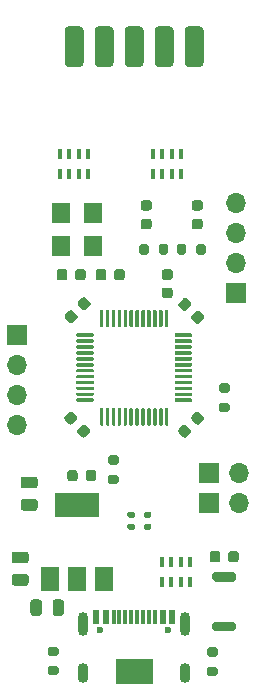
<source format=gts>
%TF.GenerationSoftware,KiCad,Pcbnew,(5.1.12)-1*%
%TF.CreationDate,2021-12-13T16:15:41+08:00*%
%TF.ProjectId,PCB_EK-Link_Lite,5043425f-454b-42d4-9c69-6e6b5f4c6974,rev?*%
%TF.SameCoordinates,Original*%
%TF.FileFunction,Soldermask,Top*%
%TF.FilePolarity,Negative*%
%FSLAX46Y46*%
G04 Gerber Fmt 4.6, Leading zero omitted, Abs format (unit mm)*
G04 Created by KiCad (PCBNEW (5.1.12)-1) date 2021-12-13 16:15:41*
%MOMM*%
%LPD*%
G01*
G04 APERTURE LIST*
%ADD10C,0.100000*%
%ADD11R,1.540000X1.800000*%
%ADD12R,1.500000X2.000000*%
%ADD13R,3.800000X2.000000*%
%ADD14R,0.400000X0.900000*%
%ADD15O,1.700000X1.700000*%
%ADD16R,1.700000X1.700000*%
%ADD17R,0.600000X1.160000*%
%ADD18C,0.600000*%
%ADD19R,0.300000X1.160000*%
%ADD20O,0.900000X1.700000*%
%ADD21O,0.900000X2.000000*%
G04 APERTURE END LIST*
D10*
G36*
X77724000Y-104648000D02*
G01*
X74676000Y-104648000D01*
X74676000Y-102616000D01*
X77724000Y-102616000D01*
X77724000Y-104648000D01*
G37*
X77724000Y-104648000D02*
X74676000Y-104648000D01*
X74676000Y-102616000D01*
X77724000Y-102616000D01*
X77724000Y-104648000D01*
%TO.C,F1*%
G36*
G01*
X69284000Y-98754250D02*
X69284000Y-97841750D01*
G75*
G02*
X69527750Y-97598000I243750J0D01*
G01*
X70015250Y-97598000D01*
G75*
G02*
X70259000Y-97841750I0J-243750D01*
G01*
X70259000Y-98754250D01*
G75*
G02*
X70015250Y-98998000I-243750J0D01*
G01*
X69527750Y-98998000D01*
G75*
G02*
X69284000Y-98754250I0J243750D01*
G01*
G37*
G36*
G01*
X67409000Y-98754250D02*
X67409000Y-97841750D01*
G75*
G02*
X67652750Y-97598000I243750J0D01*
G01*
X68140250Y-97598000D01*
G75*
G02*
X68384000Y-97841750I0J-243750D01*
G01*
X68384000Y-98754250D01*
G75*
G02*
X68140250Y-98998000I-243750J0D01*
G01*
X67652750Y-98998000D01*
G75*
G02*
X67409000Y-98754250I0J243750D01*
G01*
G37*
%TD*%
D11*
%TO.C,Y1*%
X70034000Y-64894000D03*
X72714000Y-64894000D03*
X72714000Y-67694000D03*
X70034000Y-67694000D03*
%TD*%
%TO.C,U2*%
G36*
G01*
X79700000Y-75078000D02*
X81025000Y-75078000D01*
G75*
G02*
X81100000Y-75153000I0J-75000D01*
G01*
X81100000Y-75303000D01*
G75*
G02*
X81025000Y-75378000I-75000J0D01*
G01*
X79700000Y-75378000D01*
G75*
G02*
X79625000Y-75303000I0J75000D01*
G01*
X79625000Y-75153000D01*
G75*
G02*
X79700000Y-75078000I75000J0D01*
G01*
G37*
G36*
G01*
X79700000Y-75578000D02*
X81025000Y-75578000D01*
G75*
G02*
X81100000Y-75653000I0J-75000D01*
G01*
X81100000Y-75803000D01*
G75*
G02*
X81025000Y-75878000I-75000J0D01*
G01*
X79700000Y-75878000D01*
G75*
G02*
X79625000Y-75803000I0J75000D01*
G01*
X79625000Y-75653000D01*
G75*
G02*
X79700000Y-75578000I75000J0D01*
G01*
G37*
G36*
G01*
X79700000Y-76078000D02*
X81025000Y-76078000D01*
G75*
G02*
X81100000Y-76153000I0J-75000D01*
G01*
X81100000Y-76303000D01*
G75*
G02*
X81025000Y-76378000I-75000J0D01*
G01*
X79700000Y-76378000D01*
G75*
G02*
X79625000Y-76303000I0J75000D01*
G01*
X79625000Y-76153000D01*
G75*
G02*
X79700000Y-76078000I75000J0D01*
G01*
G37*
G36*
G01*
X79700000Y-76578000D02*
X81025000Y-76578000D01*
G75*
G02*
X81100000Y-76653000I0J-75000D01*
G01*
X81100000Y-76803000D01*
G75*
G02*
X81025000Y-76878000I-75000J0D01*
G01*
X79700000Y-76878000D01*
G75*
G02*
X79625000Y-76803000I0J75000D01*
G01*
X79625000Y-76653000D01*
G75*
G02*
X79700000Y-76578000I75000J0D01*
G01*
G37*
G36*
G01*
X79700000Y-77078000D02*
X81025000Y-77078000D01*
G75*
G02*
X81100000Y-77153000I0J-75000D01*
G01*
X81100000Y-77303000D01*
G75*
G02*
X81025000Y-77378000I-75000J0D01*
G01*
X79700000Y-77378000D01*
G75*
G02*
X79625000Y-77303000I0J75000D01*
G01*
X79625000Y-77153000D01*
G75*
G02*
X79700000Y-77078000I75000J0D01*
G01*
G37*
G36*
G01*
X79700000Y-77578000D02*
X81025000Y-77578000D01*
G75*
G02*
X81100000Y-77653000I0J-75000D01*
G01*
X81100000Y-77803000D01*
G75*
G02*
X81025000Y-77878000I-75000J0D01*
G01*
X79700000Y-77878000D01*
G75*
G02*
X79625000Y-77803000I0J75000D01*
G01*
X79625000Y-77653000D01*
G75*
G02*
X79700000Y-77578000I75000J0D01*
G01*
G37*
G36*
G01*
X79700000Y-78078000D02*
X81025000Y-78078000D01*
G75*
G02*
X81100000Y-78153000I0J-75000D01*
G01*
X81100000Y-78303000D01*
G75*
G02*
X81025000Y-78378000I-75000J0D01*
G01*
X79700000Y-78378000D01*
G75*
G02*
X79625000Y-78303000I0J75000D01*
G01*
X79625000Y-78153000D01*
G75*
G02*
X79700000Y-78078000I75000J0D01*
G01*
G37*
G36*
G01*
X79700000Y-78578000D02*
X81025000Y-78578000D01*
G75*
G02*
X81100000Y-78653000I0J-75000D01*
G01*
X81100000Y-78803000D01*
G75*
G02*
X81025000Y-78878000I-75000J0D01*
G01*
X79700000Y-78878000D01*
G75*
G02*
X79625000Y-78803000I0J75000D01*
G01*
X79625000Y-78653000D01*
G75*
G02*
X79700000Y-78578000I75000J0D01*
G01*
G37*
G36*
G01*
X79700000Y-79078000D02*
X81025000Y-79078000D01*
G75*
G02*
X81100000Y-79153000I0J-75000D01*
G01*
X81100000Y-79303000D01*
G75*
G02*
X81025000Y-79378000I-75000J0D01*
G01*
X79700000Y-79378000D01*
G75*
G02*
X79625000Y-79303000I0J75000D01*
G01*
X79625000Y-79153000D01*
G75*
G02*
X79700000Y-79078000I75000J0D01*
G01*
G37*
G36*
G01*
X79700000Y-79578000D02*
X81025000Y-79578000D01*
G75*
G02*
X81100000Y-79653000I0J-75000D01*
G01*
X81100000Y-79803000D01*
G75*
G02*
X81025000Y-79878000I-75000J0D01*
G01*
X79700000Y-79878000D01*
G75*
G02*
X79625000Y-79803000I0J75000D01*
G01*
X79625000Y-79653000D01*
G75*
G02*
X79700000Y-79578000I75000J0D01*
G01*
G37*
G36*
G01*
X79700000Y-80078000D02*
X81025000Y-80078000D01*
G75*
G02*
X81100000Y-80153000I0J-75000D01*
G01*
X81100000Y-80303000D01*
G75*
G02*
X81025000Y-80378000I-75000J0D01*
G01*
X79700000Y-80378000D01*
G75*
G02*
X79625000Y-80303000I0J75000D01*
G01*
X79625000Y-80153000D01*
G75*
G02*
X79700000Y-80078000I75000J0D01*
G01*
G37*
G36*
G01*
X79700000Y-80578000D02*
X81025000Y-80578000D01*
G75*
G02*
X81100000Y-80653000I0J-75000D01*
G01*
X81100000Y-80803000D01*
G75*
G02*
X81025000Y-80878000I-75000J0D01*
G01*
X79700000Y-80878000D01*
G75*
G02*
X79625000Y-80803000I0J75000D01*
G01*
X79625000Y-80653000D01*
G75*
G02*
X79700000Y-80578000I75000J0D01*
G01*
G37*
G36*
G01*
X78875000Y-81403000D02*
X79025000Y-81403000D01*
G75*
G02*
X79100000Y-81478000I0J-75000D01*
G01*
X79100000Y-82803000D01*
G75*
G02*
X79025000Y-82878000I-75000J0D01*
G01*
X78875000Y-82878000D01*
G75*
G02*
X78800000Y-82803000I0J75000D01*
G01*
X78800000Y-81478000D01*
G75*
G02*
X78875000Y-81403000I75000J0D01*
G01*
G37*
G36*
G01*
X78375000Y-81403000D02*
X78525000Y-81403000D01*
G75*
G02*
X78600000Y-81478000I0J-75000D01*
G01*
X78600000Y-82803000D01*
G75*
G02*
X78525000Y-82878000I-75000J0D01*
G01*
X78375000Y-82878000D01*
G75*
G02*
X78300000Y-82803000I0J75000D01*
G01*
X78300000Y-81478000D01*
G75*
G02*
X78375000Y-81403000I75000J0D01*
G01*
G37*
G36*
G01*
X77875000Y-81403000D02*
X78025000Y-81403000D01*
G75*
G02*
X78100000Y-81478000I0J-75000D01*
G01*
X78100000Y-82803000D01*
G75*
G02*
X78025000Y-82878000I-75000J0D01*
G01*
X77875000Y-82878000D01*
G75*
G02*
X77800000Y-82803000I0J75000D01*
G01*
X77800000Y-81478000D01*
G75*
G02*
X77875000Y-81403000I75000J0D01*
G01*
G37*
G36*
G01*
X77375000Y-81403000D02*
X77525000Y-81403000D01*
G75*
G02*
X77600000Y-81478000I0J-75000D01*
G01*
X77600000Y-82803000D01*
G75*
G02*
X77525000Y-82878000I-75000J0D01*
G01*
X77375000Y-82878000D01*
G75*
G02*
X77300000Y-82803000I0J75000D01*
G01*
X77300000Y-81478000D01*
G75*
G02*
X77375000Y-81403000I75000J0D01*
G01*
G37*
G36*
G01*
X76875000Y-81403000D02*
X77025000Y-81403000D01*
G75*
G02*
X77100000Y-81478000I0J-75000D01*
G01*
X77100000Y-82803000D01*
G75*
G02*
X77025000Y-82878000I-75000J0D01*
G01*
X76875000Y-82878000D01*
G75*
G02*
X76800000Y-82803000I0J75000D01*
G01*
X76800000Y-81478000D01*
G75*
G02*
X76875000Y-81403000I75000J0D01*
G01*
G37*
G36*
G01*
X76375000Y-81403000D02*
X76525000Y-81403000D01*
G75*
G02*
X76600000Y-81478000I0J-75000D01*
G01*
X76600000Y-82803000D01*
G75*
G02*
X76525000Y-82878000I-75000J0D01*
G01*
X76375000Y-82878000D01*
G75*
G02*
X76300000Y-82803000I0J75000D01*
G01*
X76300000Y-81478000D01*
G75*
G02*
X76375000Y-81403000I75000J0D01*
G01*
G37*
G36*
G01*
X75875000Y-81403000D02*
X76025000Y-81403000D01*
G75*
G02*
X76100000Y-81478000I0J-75000D01*
G01*
X76100000Y-82803000D01*
G75*
G02*
X76025000Y-82878000I-75000J0D01*
G01*
X75875000Y-82878000D01*
G75*
G02*
X75800000Y-82803000I0J75000D01*
G01*
X75800000Y-81478000D01*
G75*
G02*
X75875000Y-81403000I75000J0D01*
G01*
G37*
G36*
G01*
X75375000Y-81403000D02*
X75525000Y-81403000D01*
G75*
G02*
X75600000Y-81478000I0J-75000D01*
G01*
X75600000Y-82803000D01*
G75*
G02*
X75525000Y-82878000I-75000J0D01*
G01*
X75375000Y-82878000D01*
G75*
G02*
X75300000Y-82803000I0J75000D01*
G01*
X75300000Y-81478000D01*
G75*
G02*
X75375000Y-81403000I75000J0D01*
G01*
G37*
G36*
G01*
X74875000Y-81403000D02*
X75025000Y-81403000D01*
G75*
G02*
X75100000Y-81478000I0J-75000D01*
G01*
X75100000Y-82803000D01*
G75*
G02*
X75025000Y-82878000I-75000J0D01*
G01*
X74875000Y-82878000D01*
G75*
G02*
X74800000Y-82803000I0J75000D01*
G01*
X74800000Y-81478000D01*
G75*
G02*
X74875000Y-81403000I75000J0D01*
G01*
G37*
G36*
G01*
X74375000Y-81403000D02*
X74525000Y-81403000D01*
G75*
G02*
X74600000Y-81478000I0J-75000D01*
G01*
X74600000Y-82803000D01*
G75*
G02*
X74525000Y-82878000I-75000J0D01*
G01*
X74375000Y-82878000D01*
G75*
G02*
X74300000Y-82803000I0J75000D01*
G01*
X74300000Y-81478000D01*
G75*
G02*
X74375000Y-81403000I75000J0D01*
G01*
G37*
G36*
G01*
X73875000Y-81403000D02*
X74025000Y-81403000D01*
G75*
G02*
X74100000Y-81478000I0J-75000D01*
G01*
X74100000Y-82803000D01*
G75*
G02*
X74025000Y-82878000I-75000J0D01*
G01*
X73875000Y-82878000D01*
G75*
G02*
X73800000Y-82803000I0J75000D01*
G01*
X73800000Y-81478000D01*
G75*
G02*
X73875000Y-81403000I75000J0D01*
G01*
G37*
G36*
G01*
X73375000Y-81403000D02*
X73525000Y-81403000D01*
G75*
G02*
X73600000Y-81478000I0J-75000D01*
G01*
X73600000Y-82803000D01*
G75*
G02*
X73525000Y-82878000I-75000J0D01*
G01*
X73375000Y-82878000D01*
G75*
G02*
X73300000Y-82803000I0J75000D01*
G01*
X73300000Y-81478000D01*
G75*
G02*
X73375000Y-81403000I75000J0D01*
G01*
G37*
G36*
G01*
X71375000Y-80578000D02*
X72700000Y-80578000D01*
G75*
G02*
X72775000Y-80653000I0J-75000D01*
G01*
X72775000Y-80803000D01*
G75*
G02*
X72700000Y-80878000I-75000J0D01*
G01*
X71375000Y-80878000D01*
G75*
G02*
X71300000Y-80803000I0J75000D01*
G01*
X71300000Y-80653000D01*
G75*
G02*
X71375000Y-80578000I75000J0D01*
G01*
G37*
G36*
G01*
X71375000Y-80078000D02*
X72700000Y-80078000D01*
G75*
G02*
X72775000Y-80153000I0J-75000D01*
G01*
X72775000Y-80303000D01*
G75*
G02*
X72700000Y-80378000I-75000J0D01*
G01*
X71375000Y-80378000D01*
G75*
G02*
X71300000Y-80303000I0J75000D01*
G01*
X71300000Y-80153000D01*
G75*
G02*
X71375000Y-80078000I75000J0D01*
G01*
G37*
G36*
G01*
X71375000Y-79578000D02*
X72700000Y-79578000D01*
G75*
G02*
X72775000Y-79653000I0J-75000D01*
G01*
X72775000Y-79803000D01*
G75*
G02*
X72700000Y-79878000I-75000J0D01*
G01*
X71375000Y-79878000D01*
G75*
G02*
X71300000Y-79803000I0J75000D01*
G01*
X71300000Y-79653000D01*
G75*
G02*
X71375000Y-79578000I75000J0D01*
G01*
G37*
G36*
G01*
X71375000Y-79078000D02*
X72700000Y-79078000D01*
G75*
G02*
X72775000Y-79153000I0J-75000D01*
G01*
X72775000Y-79303000D01*
G75*
G02*
X72700000Y-79378000I-75000J0D01*
G01*
X71375000Y-79378000D01*
G75*
G02*
X71300000Y-79303000I0J75000D01*
G01*
X71300000Y-79153000D01*
G75*
G02*
X71375000Y-79078000I75000J0D01*
G01*
G37*
G36*
G01*
X71375000Y-78578000D02*
X72700000Y-78578000D01*
G75*
G02*
X72775000Y-78653000I0J-75000D01*
G01*
X72775000Y-78803000D01*
G75*
G02*
X72700000Y-78878000I-75000J0D01*
G01*
X71375000Y-78878000D01*
G75*
G02*
X71300000Y-78803000I0J75000D01*
G01*
X71300000Y-78653000D01*
G75*
G02*
X71375000Y-78578000I75000J0D01*
G01*
G37*
G36*
G01*
X71375000Y-78078000D02*
X72700000Y-78078000D01*
G75*
G02*
X72775000Y-78153000I0J-75000D01*
G01*
X72775000Y-78303000D01*
G75*
G02*
X72700000Y-78378000I-75000J0D01*
G01*
X71375000Y-78378000D01*
G75*
G02*
X71300000Y-78303000I0J75000D01*
G01*
X71300000Y-78153000D01*
G75*
G02*
X71375000Y-78078000I75000J0D01*
G01*
G37*
G36*
G01*
X71375000Y-77578000D02*
X72700000Y-77578000D01*
G75*
G02*
X72775000Y-77653000I0J-75000D01*
G01*
X72775000Y-77803000D01*
G75*
G02*
X72700000Y-77878000I-75000J0D01*
G01*
X71375000Y-77878000D01*
G75*
G02*
X71300000Y-77803000I0J75000D01*
G01*
X71300000Y-77653000D01*
G75*
G02*
X71375000Y-77578000I75000J0D01*
G01*
G37*
G36*
G01*
X71375000Y-77078000D02*
X72700000Y-77078000D01*
G75*
G02*
X72775000Y-77153000I0J-75000D01*
G01*
X72775000Y-77303000D01*
G75*
G02*
X72700000Y-77378000I-75000J0D01*
G01*
X71375000Y-77378000D01*
G75*
G02*
X71300000Y-77303000I0J75000D01*
G01*
X71300000Y-77153000D01*
G75*
G02*
X71375000Y-77078000I75000J0D01*
G01*
G37*
G36*
G01*
X71375000Y-76578000D02*
X72700000Y-76578000D01*
G75*
G02*
X72775000Y-76653000I0J-75000D01*
G01*
X72775000Y-76803000D01*
G75*
G02*
X72700000Y-76878000I-75000J0D01*
G01*
X71375000Y-76878000D01*
G75*
G02*
X71300000Y-76803000I0J75000D01*
G01*
X71300000Y-76653000D01*
G75*
G02*
X71375000Y-76578000I75000J0D01*
G01*
G37*
G36*
G01*
X71375000Y-76078000D02*
X72700000Y-76078000D01*
G75*
G02*
X72775000Y-76153000I0J-75000D01*
G01*
X72775000Y-76303000D01*
G75*
G02*
X72700000Y-76378000I-75000J0D01*
G01*
X71375000Y-76378000D01*
G75*
G02*
X71300000Y-76303000I0J75000D01*
G01*
X71300000Y-76153000D01*
G75*
G02*
X71375000Y-76078000I75000J0D01*
G01*
G37*
G36*
G01*
X71375000Y-75578000D02*
X72700000Y-75578000D01*
G75*
G02*
X72775000Y-75653000I0J-75000D01*
G01*
X72775000Y-75803000D01*
G75*
G02*
X72700000Y-75878000I-75000J0D01*
G01*
X71375000Y-75878000D01*
G75*
G02*
X71300000Y-75803000I0J75000D01*
G01*
X71300000Y-75653000D01*
G75*
G02*
X71375000Y-75578000I75000J0D01*
G01*
G37*
G36*
G01*
X71375000Y-75078000D02*
X72700000Y-75078000D01*
G75*
G02*
X72775000Y-75153000I0J-75000D01*
G01*
X72775000Y-75303000D01*
G75*
G02*
X72700000Y-75378000I-75000J0D01*
G01*
X71375000Y-75378000D01*
G75*
G02*
X71300000Y-75303000I0J75000D01*
G01*
X71300000Y-75153000D01*
G75*
G02*
X71375000Y-75078000I75000J0D01*
G01*
G37*
G36*
G01*
X73375000Y-73078000D02*
X73525000Y-73078000D01*
G75*
G02*
X73600000Y-73153000I0J-75000D01*
G01*
X73600000Y-74478000D01*
G75*
G02*
X73525000Y-74553000I-75000J0D01*
G01*
X73375000Y-74553000D01*
G75*
G02*
X73300000Y-74478000I0J75000D01*
G01*
X73300000Y-73153000D01*
G75*
G02*
X73375000Y-73078000I75000J0D01*
G01*
G37*
G36*
G01*
X73875000Y-73078000D02*
X74025000Y-73078000D01*
G75*
G02*
X74100000Y-73153000I0J-75000D01*
G01*
X74100000Y-74478000D01*
G75*
G02*
X74025000Y-74553000I-75000J0D01*
G01*
X73875000Y-74553000D01*
G75*
G02*
X73800000Y-74478000I0J75000D01*
G01*
X73800000Y-73153000D01*
G75*
G02*
X73875000Y-73078000I75000J0D01*
G01*
G37*
G36*
G01*
X74375000Y-73078000D02*
X74525000Y-73078000D01*
G75*
G02*
X74600000Y-73153000I0J-75000D01*
G01*
X74600000Y-74478000D01*
G75*
G02*
X74525000Y-74553000I-75000J0D01*
G01*
X74375000Y-74553000D01*
G75*
G02*
X74300000Y-74478000I0J75000D01*
G01*
X74300000Y-73153000D01*
G75*
G02*
X74375000Y-73078000I75000J0D01*
G01*
G37*
G36*
G01*
X74875000Y-73078000D02*
X75025000Y-73078000D01*
G75*
G02*
X75100000Y-73153000I0J-75000D01*
G01*
X75100000Y-74478000D01*
G75*
G02*
X75025000Y-74553000I-75000J0D01*
G01*
X74875000Y-74553000D01*
G75*
G02*
X74800000Y-74478000I0J75000D01*
G01*
X74800000Y-73153000D01*
G75*
G02*
X74875000Y-73078000I75000J0D01*
G01*
G37*
G36*
G01*
X75375000Y-73078000D02*
X75525000Y-73078000D01*
G75*
G02*
X75600000Y-73153000I0J-75000D01*
G01*
X75600000Y-74478000D01*
G75*
G02*
X75525000Y-74553000I-75000J0D01*
G01*
X75375000Y-74553000D01*
G75*
G02*
X75300000Y-74478000I0J75000D01*
G01*
X75300000Y-73153000D01*
G75*
G02*
X75375000Y-73078000I75000J0D01*
G01*
G37*
G36*
G01*
X75875000Y-73078000D02*
X76025000Y-73078000D01*
G75*
G02*
X76100000Y-73153000I0J-75000D01*
G01*
X76100000Y-74478000D01*
G75*
G02*
X76025000Y-74553000I-75000J0D01*
G01*
X75875000Y-74553000D01*
G75*
G02*
X75800000Y-74478000I0J75000D01*
G01*
X75800000Y-73153000D01*
G75*
G02*
X75875000Y-73078000I75000J0D01*
G01*
G37*
G36*
G01*
X76375000Y-73078000D02*
X76525000Y-73078000D01*
G75*
G02*
X76600000Y-73153000I0J-75000D01*
G01*
X76600000Y-74478000D01*
G75*
G02*
X76525000Y-74553000I-75000J0D01*
G01*
X76375000Y-74553000D01*
G75*
G02*
X76300000Y-74478000I0J75000D01*
G01*
X76300000Y-73153000D01*
G75*
G02*
X76375000Y-73078000I75000J0D01*
G01*
G37*
G36*
G01*
X76875000Y-73078000D02*
X77025000Y-73078000D01*
G75*
G02*
X77100000Y-73153000I0J-75000D01*
G01*
X77100000Y-74478000D01*
G75*
G02*
X77025000Y-74553000I-75000J0D01*
G01*
X76875000Y-74553000D01*
G75*
G02*
X76800000Y-74478000I0J75000D01*
G01*
X76800000Y-73153000D01*
G75*
G02*
X76875000Y-73078000I75000J0D01*
G01*
G37*
G36*
G01*
X77375000Y-73078000D02*
X77525000Y-73078000D01*
G75*
G02*
X77600000Y-73153000I0J-75000D01*
G01*
X77600000Y-74478000D01*
G75*
G02*
X77525000Y-74553000I-75000J0D01*
G01*
X77375000Y-74553000D01*
G75*
G02*
X77300000Y-74478000I0J75000D01*
G01*
X77300000Y-73153000D01*
G75*
G02*
X77375000Y-73078000I75000J0D01*
G01*
G37*
G36*
G01*
X77875000Y-73078000D02*
X78025000Y-73078000D01*
G75*
G02*
X78100000Y-73153000I0J-75000D01*
G01*
X78100000Y-74478000D01*
G75*
G02*
X78025000Y-74553000I-75000J0D01*
G01*
X77875000Y-74553000D01*
G75*
G02*
X77800000Y-74478000I0J75000D01*
G01*
X77800000Y-73153000D01*
G75*
G02*
X77875000Y-73078000I75000J0D01*
G01*
G37*
G36*
G01*
X78375000Y-73078000D02*
X78525000Y-73078000D01*
G75*
G02*
X78600000Y-73153000I0J-75000D01*
G01*
X78600000Y-74478000D01*
G75*
G02*
X78525000Y-74553000I-75000J0D01*
G01*
X78375000Y-74553000D01*
G75*
G02*
X78300000Y-74478000I0J75000D01*
G01*
X78300000Y-73153000D01*
G75*
G02*
X78375000Y-73078000I75000J0D01*
G01*
G37*
G36*
G01*
X78875000Y-73078000D02*
X79025000Y-73078000D01*
G75*
G02*
X79100000Y-73153000I0J-75000D01*
G01*
X79100000Y-74478000D01*
G75*
G02*
X79025000Y-74553000I-75000J0D01*
G01*
X78875000Y-74553000D01*
G75*
G02*
X78800000Y-74478000I0J75000D01*
G01*
X78800000Y-73153000D01*
G75*
G02*
X78875000Y-73078000I75000J0D01*
G01*
G37*
%TD*%
D12*
%TO.C,U1*%
X69074000Y-95860000D03*
X73674000Y-95860000D03*
X71374000Y-95860000D03*
D13*
X71374000Y-89560000D03*
%TD*%
%TO.C,SW1*%
G36*
G01*
X83020000Y-95290000D02*
X84620000Y-95290000D01*
G75*
G02*
X84820000Y-95490000I0J-200000D01*
G01*
X84820000Y-95890000D01*
G75*
G02*
X84620000Y-96090000I-200000J0D01*
G01*
X83020000Y-96090000D01*
G75*
G02*
X82820000Y-95890000I0J200000D01*
G01*
X82820000Y-95490000D01*
G75*
G02*
X83020000Y-95290000I200000J0D01*
G01*
G37*
G36*
G01*
X83020000Y-99490000D02*
X84620000Y-99490000D01*
G75*
G02*
X84820000Y-99690000I0J-200000D01*
G01*
X84820000Y-100090000D01*
G75*
G02*
X84620000Y-100290000I-200000J0D01*
G01*
X83020000Y-100290000D01*
G75*
G02*
X82820000Y-100090000I0J200000D01*
G01*
X82820000Y-99690000D01*
G75*
G02*
X83020000Y-99490000I200000J0D01*
G01*
G37*
%TD*%
D14*
%TO.C,RN3*%
X80956000Y-94400000D03*
X80156000Y-94400000D03*
X79356000Y-94400000D03*
X78556000Y-94400000D03*
X80956000Y-96100000D03*
X78556000Y-96100000D03*
X80156000Y-96100000D03*
X79356000Y-96100000D03*
%TD*%
%TO.C,RN2*%
X77794000Y-61556000D03*
X78594000Y-61556000D03*
X79394000Y-61556000D03*
X80194000Y-61556000D03*
X77794000Y-59856000D03*
X80194000Y-59856000D03*
X78594000Y-59856000D03*
X79394000Y-59856000D03*
%TD*%
%TO.C,RN1*%
X72320000Y-59856000D03*
X71520000Y-59856000D03*
X70720000Y-59856000D03*
X69920000Y-59856000D03*
X72320000Y-61556000D03*
X69920000Y-61556000D03*
X71520000Y-61556000D03*
X70720000Y-61556000D03*
%TD*%
%TO.C,R8*%
G36*
G01*
X78276000Y-68220000D02*
X78276000Y-67670000D01*
G75*
G02*
X78476000Y-67470000I200000J0D01*
G01*
X78876000Y-67470000D01*
G75*
G02*
X79076000Y-67670000I0J-200000D01*
G01*
X79076000Y-68220000D01*
G75*
G02*
X78876000Y-68420000I-200000J0D01*
G01*
X78476000Y-68420000D01*
G75*
G02*
X78276000Y-68220000I0J200000D01*
G01*
G37*
G36*
G01*
X76626000Y-68220000D02*
X76626000Y-67670000D01*
G75*
G02*
X76826000Y-67470000I200000J0D01*
G01*
X77226000Y-67470000D01*
G75*
G02*
X77426000Y-67670000I0J-200000D01*
G01*
X77426000Y-68220000D01*
G75*
G02*
X77226000Y-68420000I-200000J0D01*
G01*
X76826000Y-68420000D01*
G75*
G02*
X76626000Y-68220000I0J200000D01*
G01*
G37*
%TD*%
%TO.C,R7*%
G36*
G01*
X81451000Y-68220000D02*
X81451000Y-67670000D01*
G75*
G02*
X81651000Y-67470000I200000J0D01*
G01*
X82051000Y-67470000D01*
G75*
G02*
X82251000Y-67670000I0J-200000D01*
G01*
X82251000Y-68220000D01*
G75*
G02*
X82051000Y-68420000I-200000J0D01*
G01*
X81651000Y-68420000D01*
G75*
G02*
X81451000Y-68220000I0J200000D01*
G01*
G37*
G36*
G01*
X79801000Y-68220000D02*
X79801000Y-67670000D01*
G75*
G02*
X80001000Y-67470000I200000J0D01*
G01*
X80401000Y-67470000D01*
G75*
G02*
X80601000Y-67670000I0J-200000D01*
G01*
X80601000Y-68220000D01*
G75*
G02*
X80401000Y-68420000I-200000J0D01*
G01*
X80001000Y-68420000D01*
G75*
G02*
X79801000Y-68220000I0J200000D01*
G01*
G37*
%TD*%
%TO.C,R6*%
G36*
G01*
X74697000Y-86189000D02*
X74147000Y-86189000D01*
G75*
G02*
X73947000Y-85989000I0J200000D01*
G01*
X73947000Y-85589000D01*
G75*
G02*
X74147000Y-85389000I200000J0D01*
G01*
X74697000Y-85389000D01*
G75*
G02*
X74897000Y-85589000I0J-200000D01*
G01*
X74897000Y-85989000D01*
G75*
G02*
X74697000Y-86189000I-200000J0D01*
G01*
G37*
G36*
G01*
X74697000Y-87839000D02*
X74147000Y-87839000D01*
G75*
G02*
X73947000Y-87639000I0J200000D01*
G01*
X73947000Y-87239000D01*
G75*
G02*
X74147000Y-87039000I200000J0D01*
G01*
X74697000Y-87039000D01*
G75*
G02*
X74897000Y-87239000I0J-200000D01*
G01*
X74897000Y-87639000D01*
G75*
G02*
X74697000Y-87839000I-200000J0D01*
G01*
G37*
%TD*%
%TO.C,R5*%
G36*
G01*
X83545000Y-80943000D02*
X84095000Y-80943000D01*
G75*
G02*
X84295000Y-81143000I0J-200000D01*
G01*
X84295000Y-81543000D01*
G75*
G02*
X84095000Y-81743000I-200000J0D01*
G01*
X83545000Y-81743000D01*
G75*
G02*
X83345000Y-81543000I0J200000D01*
G01*
X83345000Y-81143000D01*
G75*
G02*
X83545000Y-80943000I200000J0D01*
G01*
G37*
G36*
G01*
X83545000Y-79293000D02*
X84095000Y-79293000D01*
G75*
G02*
X84295000Y-79493000I0J-200000D01*
G01*
X84295000Y-79893000D01*
G75*
G02*
X84095000Y-80093000I-200000J0D01*
G01*
X83545000Y-80093000D01*
G75*
G02*
X83345000Y-79893000I0J200000D01*
G01*
X83345000Y-79493000D01*
G75*
G02*
X83545000Y-79293000I200000J0D01*
G01*
G37*
%TD*%
%TO.C,R4*%
G36*
G01*
X77158000Y-91172000D02*
X77528000Y-91172000D01*
G75*
G02*
X77663000Y-91307000I0J-135000D01*
G01*
X77663000Y-91577000D01*
G75*
G02*
X77528000Y-91712000I-135000J0D01*
G01*
X77158000Y-91712000D01*
G75*
G02*
X77023000Y-91577000I0J135000D01*
G01*
X77023000Y-91307000D01*
G75*
G02*
X77158000Y-91172000I135000J0D01*
G01*
G37*
G36*
G01*
X77158000Y-90152000D02*
X77528000Y-90152000D01*
G75*
G02*
X77663000Y-90287000I0J-135000D01*
G01*
X77663000Y-90557000D01*
G75*
G02*
X77528000Y-90692000I-135000J0D01*
G01*
X77158000Y-90692000D01*
G75*
G02*
X77023000Y-90557000I0J135000D01*
G01*
X77023000Y-90287000D01*
G75*
G02*
X77158000Y-90152000I135000J0D01*
G01*
G37*
%TD*%
%TO.C,R3*%
G36*
G01*
X75761000Y-91172000D02*
X76131000Y-91172000D01*
G75*
G02*
X76266000Y-91307000I0J-135000D01*
G01*
X76266000Y-91577000D01*
G75*
G02*
X76131000Y-91712000I-135000J0D01*
G01*
X75761000Y-91712000D01*
G75*
G02*
X75626000Y-91577000I0J135000D01*
G01*
X75626000Y-91307000D01*
G75*
G02*
X75761000Y-91172000I135000J0D01*
G01*
G37*
G36*
G01*
X75761000Y-90152000D02*
X76131000Y-90152000D01*
G75*
G02*
X76266000Y-90287000I0J-135000D01*
G01*
X76266000Y-90557000D01*
G75*
G02*
X76131000Y-90692000I-135000J0D01*
G01*
X75761000Y-90692000D01*
G75*
G02*
X75626000Y-90557000I0J135000D01*
G01*
X75626000Y-90287000D01*
G75*
G02*
X75761000Y-90152000I135000J0D01*
G01*
G37*
%TD*%
%TO.C,R2*%
G36*
G01*
X69067000Y-103232000D02*
X69617000Y-103232000D01*
G75*
G02*
X69817000Y-103432000I0J-200000D01*
G01*
X69817000Y-103832000D01*
G75*
G02*
X69617000Y-104032000I-200000J0D01*
G01*
X69067000Y-104032000D01*
G75*
G02*
X68867000Y-103832000I0J200000D01*
G01*
X68867000Y-103432000D01*
G75*
G02*
X69067000Y-103232000I200000J0D01*
G01*
G37*
G36*
G01*
X69067000Y-101582000D02*
X69617000Y-101582000D01*
G75*
G02*
X69817000Y-101782000I0J-200000D01*
G01*
X69817000Y-102182000D01*
G75*
G02*
X69617000Y-102382000I-200000J0D01*
G01*
X69067000Y-102382000D01*
G75*
G02*
X68867000Y-102182000I0J200000D01*
G01*
X68867000Y-101782000D01*
G75*
G02*
X69067000Y-101582000I200000J0D01*
G01*
G37*
%TD*%
%TO.C,R1*%
G36*
G01*
X82529000Y-103295000D02*
X83079000Y-103295000D01*
G75*
G02*
X83279000Y-103495000I0J-200000D01*
G01*
X83279000Y-103895000D01*
G75*
G02*
X83079000Y-104095000I-200000J0D01*
G01*
X82529000Y-104095000D01*
G75*
G02*
X82329000Y-103895000I0J200000D01*
G01*
X82329000Y-103495000D01*
G75*
G02*
X82529000Y-103295000I200000J0D01*
G01*
G37*
G36*
G01*
X82529000Y-101645000D02*
X83079000Y-101645000D01*
G75*
G02*
X83279000Y-101845000I0J-200000D01*
G01*
X83279000Y-102245000D01*
G75*
G02*
X83079000Y-102445000I-200000J0D01*
G01*
X82529000Y-102445000D01*
G75*
G02*
X82329000Y-102245000I0J200000D01*
G01*
X82329000Y-101845000D01*
G75*
G02*
X82529000Y-101645000I200000J0D01*
G01*
G37*
%TD*%
D15*
%TO.C,J6*%
X85090000Y-89408000D03*
D16*
X82550000Y-89408000D03*
%TD*%
D15*
%TO.C,J5*%
X85090000Y-86868000D03*
D16*
X82550000Y-86868000D03*
%TD*%
D15*
%TO.C,J4*%
X84836000Y-64008000D03*
X84836000Y-66548000D03*
X84836000Y-69088000D03*
D16*
X84836000Y-71628000D03*
%TD*%
%TO.C,J3*%
G36*
G01*
X72840000Y-52140000D02*
X72840000Y-49460000D01*
G75*
G02*
X73250000Y-49050000I410000J0D01*
G01*
X74070000Y-49050000D01*
G75*
G02*
X74480000Y-49460000I0J-410000D01*
G01*
X74480000Y-52140000D01*
G75*
G02*
X74070000Y-52550000I-410000J0D01*
G01*
X73250000Y-52550000D01*
G75*
G02*
X72840000Y-52140000I0J410000D01*
G01*
G37*
G36*
G01*
X75380000Y-52140000D02*
X75380000Y-49460000D01*
G75*
G02*
X75790000Y-49050000I410000J0D01*
G01*
X76610000Y-49050000D01*
G75*
G02*
X77020000Y-49460000I0J-410000D01*
G01*
X77020000Y-52140000D01*
G75*
G02*
X76610000Y-52550000I-410000J0D01*
G01*
X75790000Y-52550000D01*
G75*
G02*
X75380000Y-52140000I0J410000D01*
G01*
G37*
G36*
G01*
X77920000Y-52140000D02*
X77920000Y-49460000D01*
G75*
G02*
X78330000Y-49050000I410000J0D01*
G01*
X79150000Y-49050000D01*
G75*
G02*
X79560000Y-49460000I0J-410000D01*
G01*
X79560000Y-52140000D01*
G75*
G02*
X79150000Y-52550000I-410000J0D01*
G01*
X78330000Y-52550000D01*
G75*
G02*
X77920000Y-52140000I0J410000D01*
G01*
G37*
G36*
G01*
X80460000Y-52140000D02*
X80460000Y-49460000D01*
G75*
G02*
X80870000Y-49050000I410000J0D01*
G01*
X81690000Y-49050000D01*
G75*
G02*
X82100000Y-49460000I0J-410000D01*
G01*
X82100000Y-52140000D01*
G75*
G02*
X81690000Y-52550000I-410000J0D01*
G01*
X80870000Y-52550000D01*
G75*
G02*
X80460000Y-52140000I0J410000D01*
G01*
G37*
G36*
G01*
X70300000Y-52140000D02*
X70300000Y-49460000D01*
G75*
G02*
X70710000Y-49050000I410000J0D01*
G01*
X71530000Y-49050000D01*
G75*
G02*
X71940000Y-49460000I0J-410000D01*
G01*
X71940000Y-52140000D01*
G75*
G02*
X71530000Y-52550000I-410000J0D01*
G01*
X70710000Y-52550000D01*
G75*
G02*
X70300000Y-52140000I0J410000D01*
G01*
G37*
%TD*%
D15*
%TO.C,J2*%
X66294000Y-82804000D03*
X66294000Y-80264000D03*
X66294000Y-77724000D03*
D16*
X66294000Y-75184000D03*
%TD*%
D17*
%TO.C,J1*%
X79400000Y-99090000D03*
X78600000Y-99090000D03*
X79400000Y-99090000D03*
X78600000Y-99090000D03*
X73000000Y-99090000D03*
X73000000Y-99090000D03*
X73800000Y-99090000D03*
X73800000Y-99090000D03*
D18*
X73310000Y-100150000D03*
X79090000Y-100150000D03*
D19*
X77950000Y-99090000D03*
X76950000Y-99090000D03*
X77450000Y-99090000D03*
X74950000Y-99090000D03*
X74450000Y-99090000D03*
X76450000Y-99090000D03*
X75950000Y-99090000D03*
X75450000Y-99090000D03*
D20*
X80520000Y-103840000D03*
X71880000Y-103840000D03*
D21*
X80520000Y-99670000D03*
X71880000Y-99670000D03*
%TD*%
%TO.C,D3*%
G36*
G01*
X77472250Y-64674000D02*
X76959750Y-64674000D01*
G75*
G02*
X76741000Y-64455250I0J218750D01*
G01*
X76741000Y-64017750D01*
G75*
G02*
X76959750Y-63799000I218750J0D01*
G01*
X77472250Y-63799000D01*
G75*
G02*
X77691000Y-64017750I0J-218750D01*
G01*
X77691000Y-64455250D01*
G75*
G02*
X77472250Y-64674000I-218750J0D01*
G01*
G37*
G36*
G01*
X77472250Y-66249000D02*
X76959750Y-66249000D01*
G75*
G02*
X76741000Y-66030250I0J218750D01*
G01*
X76741000Y-65592750D01*
G75*
G02*
X76959750Y-65374000I218750J0D01*
G01*
X77472250Y-65374000D01*
G75*
G02*
X77691000Y-65592750I0J-218750D01*
G01*
X77691000Y-66030250D01*
G75*
G02*
X77472250Y-66249000I-218750J0D01*
G01*
G37*
%TD*%
%TO.C,D2*%
G36*
G01*
X81790250Y-64674000D02*
X81277750Y-64674000D01*
G75*
G02*
X81059000Y-64455250I0J218750D01*
G01*
X81059000Y-64017750D01*
G75*
G02*
X81277750Y-63799000I218750J0D01*
G01*
X81790250Y-63799000D01*
G75*
G02*
X82009000Y-64017750I0J-218750D01*
G01*
X82009000Y-64455250D01*
G75*
G02*
X81790250Y-64674000I-218750J0D01*
G01*
G37*
G36*
G01*
X81790250Y-66249000D02*
X81277750Y-66249000D01*
G75*
G02*
X81059000Y-66030250I0J218750D01*
G01*
X81059000Y-65592750D01*
G75*
G02*
X81277750Y-65374000I218750J0D01*
G01*
X81790250Y-65374000D01*
G75*
G02*
X82009000Y-65592750I0J-218750D01*
G01*
X82009000Y-66030250D01*
G75*
G02*
X81790250Y-66249000I-218750J0D01*
G01*
G37*
%TD*%
%TO.C,D1*%
G36*
G01*
X71405000Y-86865750D02*
X71405000Y-87378250D01*
G75*
G02*
X71186250Y-87597000I-218750J0D01*
G01*
X70748750Y-87597000D01*
G75*
G02*
X70530000Y-87378250I0J218750D01*
G01*
X70530000Y-86865750D01*
G75*
G02*
X70748750Y-86647000I218750J0D01*
G01*
X71186250Y-86647000D01*
G75*
G02*
X71405000Y-86865750I0J-218750D01*
G01*
G37*
G36*
G01*
X72980000Y-86865750D02*
X72980000Y-87378250D01*
G75*
G02*
X72761250Y-87597000I-218750J0D01*
G01*
X72323750Y-87597000D01*
G75*
G02*
X72105000Y-87378250I0J218750D01*
G01*
X72105000Y-86865750D01*
G75*
G02*
X72323750Y-86647000I218750J0D01*
G01*
X72761250Y-86647000D01*
G75*
G02*
X72980000Y-86865750I0J-218750D01*
G01*
G37*
%TD*%
%TO.C,C10*%
G36*
G01*
X81079033Y-73571587D02*
X81432587Y-73218033D01*
G75*
G02*
X81750785Y-73218033I159099J-159099D01*
G01*
X82068983Y-73536231D01*
G75*
G02*
X82068983Y-73854429I-159099J-159099D01*
G01*
X81715429Y-74207983D01*
G75*
G02*
X81397231Y-74207983I-159099J159099D01*
G01*
X81079033Y-73889785D01*
G75*
G02*
X81079033Y-73571587I159099J159099D01*
G01*
G37*
G36*
G01*
X79983017Y-72475571D02*
X80336571Y-72122017D01*
G75*
G02*
X80654769Y-72122017I159099J-159099D01*
G01*
X80972967Y-72440215D01*
G75*
G02*
X80972967Y-72758413I-159099J-159099D01*
G01*
X80619413Y-73111967D01*
G75*
G02*
X80301215Y-73111967I-159099J159099D01*
G01*
X79983017Y-72793769D01*
G75*
G02*
X79983017Y-72475571I159099J159099D01*
G01*
G37*
%TD*%
%TO.C,C9*%
G36*
G01*
X80619413Y-82857033D02*
X80972967Y-83210587D01*
G75*
G02*
X80972967Y-83528785I-159099J-159099D01*
G01*
X80654769Y-83846983D01*
G75*
G02*
X80336571Y-83846983I-159099J159099D01*
G01*
X79983017Y-83493429D01*
G75*
G02*
X79983017Y-83175231I159099J159099D01*
G01*
X80301215Y-82857033D01*
G75*
G02*
X80619413Y-82857033I159099J-159099D01*
G01*
G37*
G36*
G01*
X81715429Y-81761017D02*
X82068983Y-82114571D01*
G75*
G02*
X82068983Y-82432769I-159099J-159099D01*
G01*
X81750785Y-82750967D01*
G75*
G02*
X81432587Y-82750967I-159099J159099D01*
G01*
X81079033Y-82397413D01*
G75*
G02*
X81079033Y-82079215I159099J159099D01*
G01*
X81397231Y-81761017D01*
G75*
G02*
X81715429Y-81761017I159099J-159099D01*
G01*
G37*
%TD*%
%TO.C,C8*%
G36*
G01*
X71320967Y-82397413D02*
X70967413Y-82750967D01*
G75*
G02*
X70649215Y-82750967I-159099J159099D01*
G01*
X70331017Y-82432769D01*
G75*
G02*
X70331017Y-82114571I159099J159099D01*
G01*
X70684571Y-81761017D01*
G75*
G02*
X71002769Y-81761017I159099J-159099D01*
G01*
X71320967Y-82079215D01*
G75*
G02*
X71320967Y-82397413I-159099J-159099D01*
G01*
G37*
G36*
G01*
X72416983Y-83493429D02*
X72063429Y-83846983D01*
G75*
G02*
X71745231Y-83846983I-159099J159099D01*
G01*
X71427033Y-83528785D01*
G75*
G02*
X71427033Y-83210587I159099J159099D01*
G01*
X71780587Y-82857033D01*
G75*
G02*
X72098785Y-82857033I159099J-159099D01*
G01*
X72416983Y-83175231D01*
G75*
G02*
X72416983Y-83493429I-159099J-159099D01*
G01*
G37*
%TD*%
%TO.C,C7*%
G36*
G01*
X71820595Y-73058959D02*
X71467041Y-72705405D01*
G75*
G02*
X71467041Y-72387207I159099J159099D01*
G01*
X71785239Y-72069009D01*
G75*
G02*
X72103437Y-72069009I159099J-159099D01*
G01*
X72456991Y-72422563D01*
G75*
G02*
X72456991Y-72740761I-159099J-159099D01*
G01*
X72138793Y-73058959D01*
G75*
G02*
X71820595Y-73058959I-159099J159099D01*
G01*
G37*
G36*
G01*
X70724579Y-74154975D02*
X70371025Y-73801421D01*
G75*
G02*
X70371025Y-73483223I159099J159099D01*
G01*
X70689223Y-73165025D01*
G75*
G02*
X71007421Y-73165025I159099J-159099D01*
G01*
X71360975Y-73518579D01*
G75*
G02*
X71360975Y-73836777I-159099J-159099D01*
G01*
X71042777Y-74154975D01*
G75*
G02*
X70724579Y-74154975I-159099J159099D01*
G01*
G37*
%TD*%
%TO.C,C6*%
G36*
G01*
X79244000Y-70541000D02*
X78744000Y-70541000D01*
G75*
G02*
X78519000Y-70316000I0J225000D01*
G01*
X78519000Y-69866000D01*
G75*
G02*
X78744000Y-69641000I225000J0D01*
G01*
X79244000Y-69641000D01*
G75*
G02*
X79469000Y-69866000I0J-225000D01*
G01*
X79469000Y-70316000D01*
G75*
G02*
X79244000Y-70541000I-225000J0D01*
G01*
G37*
G36*
G01*
X79244000Y-72091000D02*
X78744000Y-72091000D01*
G75*
G02*
X78519000Y-71866000I0J225000D01*
G01*
X78519000Y-71416000D01*
G75*
G02*
X78744000Y-71191000I225000J0D01*
G01*
X79244000Y-71191000D01*
G75*
G02*
X79469000Y-71416000I0J-225000D01*
G01*
X79469000Y-71866000D01*
G75*
G02*
X79244000Y-72091000I-225000J0D01*
G01*
G37*
%TD*%
%TO.C,C5*%
G36*
G01*
X71191000Y-70354000D02*
X71191000Y-69854000D01*
G75*
G02*
X71416000Y-69629000I225000J0D01*
G01*
X71866000Y-69629000D01*
G75*
G02*
X72091000Y-69854000I0J-225000D01*
G01*
X72091000Y-70354000D01*
G75*
G02*
X71866000Y-70579000I-225000J0D01*
G01*
X71416000Y-70579000D01*
G75*
G02*
X71191000Y-70354000I0J225000D01*
G01*
G37*
G36*
G01*
X69641000Y-70354000D02*
X69641000Y-69854000D01*
G75*
G02*
X69866000Y-69629000I225000J0D01*
G01*
X70316000Y-69629000D01*
G75*
G02*
X70541000Y-69854000I0J-225000D01*
G01*
X70541000Y-70354000D01*
G75*
G02*
X70316000Y-70579000I-225000J0D01*
G01*
X69866000Y-70579000D01*
G75*
G02*
X69641000Y-70354000I0J225000D01*
G01*
G37*
%TD*%
%TO.C,C4*%
G36*
G01*
X74493000Y-70354000D02*
X74493000Y-69854000D01*
G75*
G02*
X74718000Y-69629000I225000J0D01*
G01*
X75168000Y-69629000D01*
G75*
G02*
X75393000Y-69854000I0J-225000D01*
G01*
X75393000Y-70354000D01*
G75*
G02*
X75168000Y-70579000I-225000J0D01*
G01*
X74718000Y-70579000D01*
G75*
G02*
X74493000Y-70354000I0J225000D01*
G01*
G37*
G36*
G01*
X72943000Y-70354000D02*
X72943000Y-69854000D01*
G75*
G02*
X73168000Y-69629000I225000J0D01*
G01*
X73618000Y-69629000D01*
G75*
G02*
X73843000Y-69854000I0J-225000D01*
G01*
X73843000Y-70354000D01*
G75*
G02*
X73618000Y-70579000I-225000J0D01*
G01*
X73168000Y-70579000D01*
G75*
G02*
X72943000Y-70354000I0J225000D01*
G01*
G37*
%TD*%
%TO.C,C3*%
G36*
G01*
X84145000Y-94230000D02*
X84145000Y-93730000D01*
G75*
G02*
X84370000Y-93505000I225000J0D01*
G01*
X84820000Y-93505000D01*
G75*
G02*
X85045000Y-93730000I0J-225000D01*
G01*
X85045000Y-94230000D01*
G75*
G02*
X84820000Y-94455000I-225000J0D01*
G01*
X84370000Y-94455000D01*
G75*
G02*
X84145000Y-94230000I0J225000D01*
G01*
G37*
G36*
G01*
X82595000Y-94230000D02*
X82595000Y-93730000D01*
G75*
G02*
X82820000Y-93505000I225000J0D01*
G01*
X83270000Y-93505000D01*
G75*
G02*
X83495000Y-93730000I0J-225000D01*
G01*
X83495000Y-94230000D01*
G75*
G02*
X83270000Y-94455000I-225000J0D01*
G01*
X82820000Y-94455000D01*
G75*
G02*
X82595000Y-94230000I0J225000D01*
G01*
G37*
%TD*%
%TO.C,C2*%
G36*
G01*
X67785000Y-88196000D02*
X66835000Y-88196000D01*
G75*
G02*
X66585000Y-87946000I0J250000D01*
G01*
X66585000Y-87446000D01*
G75*
G02*
X66835000Y-87196000I250000J0D01*
G01*
X67785000Y-87196000D01*
G75*
G02*
X68035000Y-87446000I0J-250000D01*
G01*
X68035000Y-87946000D01*
G75*
G02*
X67785000Y-88196000I-250000J0D01*
G01*
G37*
G36*
G01*
X67785000Y-90096000D02*
X66835000Y-90096000D01*
G75*
G02*
X66585000Y-89846000I0J250000D01*
G01*
X66585000Y-89346000D01*
G75*
G02*
X66835000Y-89096000I250000J0D01*
G01*
X67785000Y-89096000D01*
G75*
G02*
X68035000Y-89346000I0J-250000D01*
G01*
X68035000Y-89846000D01*
G75*
G02*
X67785000Y-90096000I-250000J0D01*
G01*
G37*
%TD*%
%TO.C,C1*%
G36*
G01*
X66073000Y-95446000D02*
X67023000Y-95446000D01*
G75*
G02*
X67273000Y-95696000I0J-250000D01*
G01*
X67273000Y-96196000D01*
G75*
G02*
X67023000Y-96446000I-250000J0D01*
G01*
X66073000Y-96446000D01*
G75*
G02*
X65823000Y-96196000I0J250000D01*
G01*
X65823000Y-95696000D01*
G75*
G02*
X66073000Y-95446000I250000J0D01*
G01*
G37*
G36*
G01*
X66073000Y-93546000D02*
X67023000Y-93546000D01*
G75*
G02*
X67273000Y-93796000I0J-250000D01*
G01*
X67273000Y-94296000D01*
G75*
G02*
X67023000Y-94546000I-250000J0D01*
G01*
X66073000Y-94546000D01*
G75*
G02*
X65823000Y-94296000I0J250000D01*
G01*
X65823000Y-93796000D01*
G75*
G02*
X66073000Y-93546000I250000J0D01*
G01*
G37*
%TD*%
M02*

</source>
